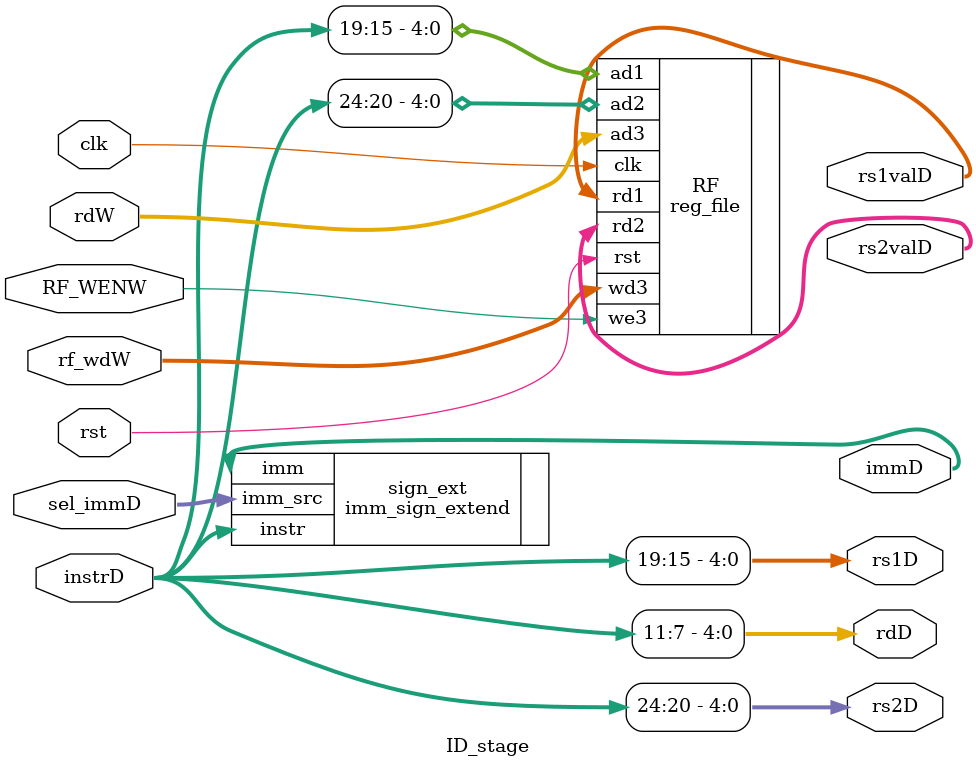
<source format=v>
`timescale 1ns / 1ps


module ID_stage(
    input clk, rst, RF_WENW, 
    input [1:0] sel_immD,                    //comes from control unit
    input [4:0] rdW,                         //RD field from WB stage
    input [31:0] instrD, rf_wdW,            //Instruction and write back data from WB
    output [31:0] rs1valD, rs2valD, immD,   //Data values from rs1 & rs2 registers and imm fields
    output [4:0] rs1D, rs2D, rdD            //Register names of current ID instruction, for use by hazard unit 
    );
    //wire [4:0] rs1, rs2, rd;        //Reg file address fields from IR
    
    assign rs1D = instrD[19:15];
    assign rs2D = instrD[24:20];
    assign rdD = instrD[11:7];
    
    reg_file RF (.clk(clk), .rst(rst), .we3(RF_WENW), .ad1(rs1D), .ad2(rs2D), .ad3(rdW), .wd3(rf_wdW), .rd1(rs1valD), .rd2(rs2valD));
    imm_sign_extend sign_ext (.imm_src(sel_immD), .instr(instrD), .imm(immD));
endmodule

</source>
